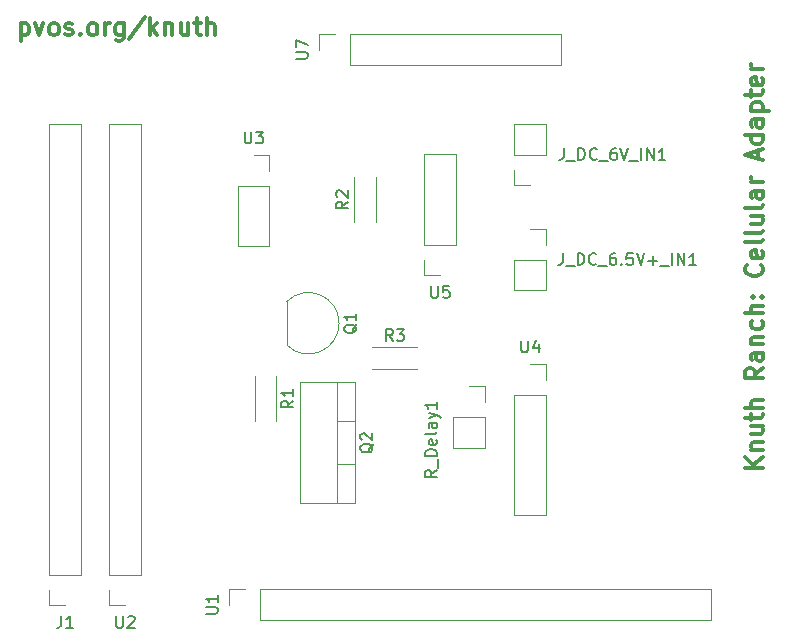
<source format=gbr>
G04 #@! TF.GenerationSoftware,KiCad,Pcbnew,5.0.0-fee4fd1~65~ubuntu17.10.1*
G04 #@! TF.CreationDate,2019-07-02T16:19:50-04:00*
G04 #@! TF.ProjectId,knuth-gateway,6B6E7574682D676174657761792E6B69,rev?*
G04 #@! TF.SameCoordinates,Original*
G04 #@! TF.FileFunction,Legend,Top*
G04 #@! TF.FilePolarity,Positive*
%FSLAX46Y46*%
G04 Gerber Fmt 4.6, Leading zero omitted, Abs format (unit mm)*
G04 Created by KiCad (PCBNEW 5.0.0-fee4fd1~65~ubuntu17.10.1) date Tue Jul  2 16:19:50 2019*
%MOMM*%
%LPD*%
G01*
G04 APERTURE LIST*
%ADD10C,0.300000*%
%ADD11C,0.120000*%
%ADD12C,0.150000*%
G04 APERTURE END LIST*
D10*
X210860714Y-58733571D02*
X210860714Y-60233571D01*
X210860714Y-58805000D02*
X211003571Y-58733571D01*
X211289285Y-58733571D01*
X211432142Y-58805000D01*
X211503571Y-58876428D01*
X211575000Y-59019285D01*
X211575000Y-59447857D01*
X211503571Y-59590714D01*
X211432142Y-59662142D01*
X211289285Y-59733571D01*
X211003571Y-59733571D01*
X210860714Y-59662142D01*
X212075000Y-58733571D02*
X212432142Y-59733571D01*
X212789285Y-58733571D01*
X213575000Y-59733571D02*
X213432142Y-59662142D01*
X213360714Y-59590714D01*
X213289285Y-59447857D01*
X213289285Y-59019285D01*
X213360714Y-58876428D01*
X213432142Y-58805000D01*
X213575000Y-58733571D01*
X213789285Y-58733571D01*
X213932142Y-58805000D01*
X214003571Y-58876428D01*
X214075000Y-59019285D01*
X214075000Y-59447857D01*
X214003571Y-59590714D01*
X213932142Y-59662142D01*
X213789285Y-59733571D01*
X213575000Y-59733571D01*
X214646428Y-59662142D02*
X214789285Y-59733571D01*
X215075000Y-59733571D01*
X215217857Y-59662142D01*
X215289285Y-59519285D01*
X215289285Y-59447857D01*
X215217857Y-59305000D01*
X215075000Y-59233571D01*
X214860714Y-59233571D01*
X214717857Y-59162142D01*
X214646428Y-59019285D01*
X214646428Y-58947857D01*
X214717857Y-58805000D01*
X214860714Y-58733571D01*
X215075000Y-58733571D01*
X215217857Y-58805000D01*
X215932142Y-59590714D02*
X216003571Y-59662142D01*
X215932142Y-59733571D01*
X215860714Y-59662142D01*
X215932142Y-59590714D01*
X215932142Y-59733571D01*
X216860714Y-59733571D02*
X216717857Y-59662142D01*
X216646428Y-59590714D01*
X216575000Y-59447857D01*
X216575000Y-59019285D01*
X216646428Y-58876428D01*
X216717857Y-58805000D01*
X216860714Y-58733571D01*
X217075000Y-58733571D01*
X217217857Y-58805000D01*
X217289285Y-58876428D01*
X217360714Y-59019285D01*
X217360714Y-59447857D01*
X217289285Y-59590714D01*
X217217857Y-59662142D01*
X217075000Y-59733571D01*
X216860714Y-59733571D01*
X218003571Y-59733571D02*
X218003571Y-58733571D01*
X218003571Y-59019285D02*
X218075000Y-58876428D01*
X218146428Y-58805000D01*
X218289285Y-58733571D01*
X218432142Y-58733571D01*
X219575000Y-58733571D02*
X219575000Y-59947857D01*
X219503571Y-60090714D01*
X219432142Y-60162142D01*
X219289285Y-60233571D01*
X219075000Y-60233571D01*
X218932142Y-60162142D01*
X219575000Y-59662142D02*
X219432142Y-59733571D01*
X219146428Y-59733571D01*
X219003571Y-59662142D01*
X218932142Y-59590714D01*
X218860714Y-59447857D01*
X218860714Y-59019285D01*
X218932142Y-58876428D01*
X219003571Y-58805000D01*
X219146428Y-58733571D01*
X219432142Y-58733571D01*
X219575000Y-58805000D01*
X221360714Y-58162142D02*
X220075000Y-60090714D01*
X221860714Y-59733571D02*
X221860714Y-58233571D01*
X222003571Y-59162142D02*
X222432142Y-59733571D01*
X222432142Y-58733571D02*
X221860714Y-59305000D01*
X223075000Y-58733571D02*
X223075000Y-59733571D01*
X223075000Y-58876428D02*
X223146428Y-58805000D01*
X223289285Y-58733571D01*
X223503571Y-58733571D01*
X223646428Y-58805000D01*
X223717857Y-58947857D01*
X223717857Y-59733571D01*
X225075000Y-58733571D02*
X225075000Y-59733571D01*
X224432142Y-58733571D02*
X224432142Y-59519285D01*
X224503571Y-59662142D01*
X224646428Y-59733571D01*
X224860714Y-59733571D01*
X225003571Y-59662142D01*
X225075000Y-59590714D01*
X225575000Y-58733571D02*
X226146428Y-58733571D01*
X225789285Y-58233571D02*
X225789285Y-59519285D01*
X225860714Y-59662142D01*
X226003571Y-59733571D01*
X226146428Y-59733571D01*
X226646428Y-59733571D02*
X226646428Y-58233571D01*
X227289285Y-59733571D02*
X227289285Y-58947857D01*
X227217857Y-58805000D01*
X227075000Y-58733571D01*
X226860714Y-58733571D01*
X226717857Y-58805000D01*
X226646428Y-58876428D01*
X273728571Y-96339285D02*
X272228571Y-96339285D01*
X273728571Y-95482142D02*
X272871428Y-96125000D01*
X272228571Y-95482142D02*
X273085714Y-96339285D01*
X272728571Y-94839285D02*
X273728571Y-94839285D01*
X272871428Y-94839285D02*
X272800000Y-94767857D01*
X272728571Y-94625000D01*
X272728571Y-94410714D01*
X272800000Y-94267857D01*
X272942857Y-94196428D01*
X273728571Y-94196428D01*
X272728571Y-92839285D02*
X273728571Y-92839285D01*
X272728571Y-93482142D02*
X273514285Y-93482142D01*
X273657142Y-93410714D01*
X273728571Y-93267857D01*
X273728571Y-93053571D01*
X273657142Y-92910714D01*
X273585714Y-92839285D01*
X272728571Y-92339285D02*
X272728571Y-91767857D01*
X272228571Y-92125000D02*
X273514285Y-92125000D01*
X273657142Y-92053571D01*
X273728571Y-91910714D01*
X273728571Y-91767857D01*
X273728571Y-91267857D02*
X272228571Y-91267857D01*
X273728571Y-90625000D02*
X272942857Y-90625000D01*
X272800000Y-90696428D01*
X272728571Y-90839285D01*
X272728571Y-91053571D01*
X272800000Y-91196428D01*
X272871428Y-91267857D01*
X273728571Y-87910714D02*
X273014285Y-88410714D01*
X273728571Y-88767857D02*
X272228571Y-88767857D01*
X272228571Y-88196428D01*
X272300000Y-88053571D01*
X272371428Y-87982142D01*
X272514285Y-87910714D01*
X272728571Y-87910714D01*
X272871428Y-87982142D01*
X272942857Y-88053571D01*
X273014285Y-88196428D01*
X273014285Y-88767857D01*
X273728571Y-86625000D02*
X272942857Y-86625000D01*
X272800000Y-86696428D01*
X272728571Y-86839285D01*
X272728571Y-87125000D01*
X272800000Y-87267857D01*
X273657142Y-86625000D02*
X273728571Y-86767857D01*
X273728571Y-87125000D01*
X273657142Y-87267857D01*
X273514285Y-87339285D01*
X273371428Y-87339285D01*
X273228571Y-87267857D01*
X273157142Y-87125000D01*
X273157142Y-86767857D01*
X273085714Y-86625000D01*
X272728571Y-85910714D02*
X273728571Y-85910714D01*
X272871428Y-85910714D02*
X272800000Y-85839285D01*
X272728571Y-85696428D01*
X272728571Y-85482142D01*
X272800000Y-85339285D01*
X272942857Y-85267857D01*
X273728571Y-85267857D01*
X273657142Y-83910714D02*
X273728571Y-84053571D01*
X273728571Y-84339285D01*
X273657142Y-84482142D01*
X273585714Y-84553571D01*
X273442857Y-84625000D01*
X273014285Y-84625000D01*
X272871428Y-84553571D01*
X272800000Y-84482142D01*
X272728571Y-84339285D01*
X272728571Y-84053571D01*
X272800000Y-83910714D01*
X273728571Y-83267857D02*
X272228571Y-83267857D01*
X273728571Y-82625000D02*
X272942857Y-82625000D01*
X272800000Y-82696428D01*
X272728571Y-82839285D01*
X272728571Y-83053571D01*
X272800000Y-83196428D01*
X272871428Y-83267857D01*
X273585714Y-81910714D02*
X273657142Y-81839285D01*
X273728571Y-81910714D01*
X273657142Y-81982142D01*
X273585714Y-81910714D01*
X273728571Y-81910714D01*
X272800000Y-81910714D02*
X272871428Y-81839285D01*
X272942857Y-81910714D01*
X272871428Y-81982142D01*
X272800000Y-81910714D01*
X272942857Y-81910714D01*
X273585714Y-79196428D02*
X273657142Y-79267857D01*
X273728571Y-79482142D01*
X273728571Y-79625000D01*
X273657142Y-79839285D01*
X273514285Y-79982142D01*
X273371428Y-80053571D01*
X273085714Y-80125000D01*
X272871428Y-80125000D01*
X272585714Y-80053571D01*
X272442857Y-79982142D01*
X272300000Y-79839285D01*
X272228571Y-79625000D01*
X272228571Y-79482142D01*
X272300000Y-79267857D01*
X272371428Y-79196428D01*
X273657142Y-77982142D02*
X273728571Y-78125000D01*
X273728571Y-78410714D01*
X273657142Y-78553571D01*
X273514285Y-78625000D01*
X272942857Y-78625000D01*
X272800000Y-78553571D01*
X272728571Y-78410714D01*
X272728571Y-78125000D01*
X272800000Y-77982142D01*
X272942857Y-77910714D01*
X273085714Y-77910714D01*
X273228571Y-78625000D01*
X273728571Y-77053571D02*
X273657142Y-77196428D01*
X273514285Y-77267857D01*
X272228571Y-77267857D01*
X273728571Y-76267857D02*
X273657142Y-76410714D01*
X273514285Y-76482142D01*
X272228571Y-76482142D01*
X272728571Y-75053571D02*
X273728571Y-75053571D01*
X272728571Y-75696428D02*
X273514285Y-75696428D01*
X273657142Y-75625000D01*
X273728571Y-75482142D01*
X273728571Y-75267857D01*
X273657142Y-75125000D01*
X273585714Y-75053571D01*
X273728571Y-74125000D02*
X273657142Y-74267857D01*
X273514285Y-74339285D01*
X272228571Y-74339285D01*
X273728571Y-72910714D02*
X272942857Y-72910714D01*
X272800000Y-72982142D01*
X272728571Y-73125000D01*
X272728571Y-73410714D01*
X272800000Y-73553571D01*
X273657142Y-72910714D02*
X273728571Y-73053571D01*
X273728571Y-73410714D01*
X273657142Y-73553571D01*
X273514285Y-73625000D01*
X273371428Y-73625000D01*
X273228571Y-73553571D01*
X273157142Y-73410714D01*
X273157142Y-73053571D01*
X273085714Y-72910714D01*
X273728571Y-72196428D02*
X272728571Y-72196428D01*
X273014285Y-72196428D02*
X272871428Y-72125000D01*
X272800000Y-72053571D01*
X272728571Y-71910714D01*
X272728571Y-71767857D01*
X273300000Y-70196428D02*
X273300000Y-69482142D01*
X273728571Y-70339285D02*
X272228571Y-69839285D01*
X273728571Y-69339285D01*
X273728571Y-68196428D02*
X272228571Y-68196428D01*
X273657142Y-68196428D02*
X273728571Y-68339285D01*
X273728571Y-68625000D01*
X273657142Y-68767857D01*
X273585714Y-68839285D01*
X273442857Y-68910714D01*
X273014285Y-68910714D01*
X272871428Y-68839285D01*
X272800000Y-68767857D01*
X272728571Y-68625000D01*
X272728571Y-68339285D01*
X272800000Y-68196428D01*
X273728571Y-66839285D02*
X272942857Y-66839285D01*
X272800000Y-66910714D01*
X272728571Y-67053571D01*
X272728571Y-67339285D01*
X272800000Y-67482142D01*
X273657142Y-66839285D02*
X273728571Y-66982142D01*
X273728571Y-67339285D01*
X273657142Y-67482142D01*
X273514285Y-67553571D01*
X273371428Y-67553571D01*
X273228571Y-67482142D01*
X273157142Y-67339285D01*
X273157142Y-66982142D01*
X273085714Y-66839285D01*
X272728571Y-66125000D02*
X274228571Y-66125000D01*
X272800000Y-66125000D02*
X272728571Y-65982142D01*
X272728571Y-65696428D01*
X272800000Y-65553571D01*
X272871428Y-65482142D01*
X273014285Y-65410714D01*
X273442857Y-65410714D01*
X273585714Y-65482142D01*
X273657142Y-65553571D01*
X273728571Y-65696428D01*
X273728571Y-65982142D01*
X273657142Y-66125000D01*
X272728571Y-64982142D02*
X272728571Y-64410714D01*
X272228571Y-64767857D02*
X273514285Y-64767857D01*
X273657142Y-64696428D01*
X273728571Y-64553571D01*
X273728571Y-64410714D01*
X273657142Y-63339285D02*
X273728571Y-63482142D01*
X273728571Y-63767857D01*
X273657142Y-63910714D01*
X273514285Y-63982142D01*
X272942857Y-63982142D01*
X272800000Y-63910714D01*
X272728571Y-63767857D01*
X272728571Y-63482142D01*
X272800000Y-63339285D01*
X272942857Y-63267857D01*
X273085714Y-63267857D01*
X273228571Y-63982142D01*
X273728571Y-62625000D02*
X272728571Y-62625000D01*
X273014285Y-62625000D02*
X272871428Y-62553571D01*
X272800000Y-62482142D01*
X272728571Y-62339285D01*
X272728571Y-62196428D01*
D11*
G04 #@! TO.C,J_DC_6.5V+_IN1*
X252670000Y-78740000D02*
X255330000Y-78740000D01*
X252670000Y-78740000D02*
X252670000Y-81340000D01*
X252670000Y-81340000D02*
X255330000Y-81340000D01*
X255330000Y-78740000D02*
X255330000Y-81340000D01*
X255330000Y-76140000D02*
X255330000Y-77470000D01*
X254000000Y-76140000D02*
X255330000Y-76140000D01*
G04 #@! TO.C,J_DC_6V_IN1*
X254000000Y-72450000D02*
X252670000Y-72450000D01*
X252670000Y-72450000D02*
X252670000Y-71120000D01*
X252670000Y-69850000D02*
X252670000Y-67250000D01*
X255330000Y-67250000D02*
X252670000Y-67250000D01*
X255330000Y-69850000D02*
X255330000Y-67250000D01*
X255330000Y-69850000D02*
X252670000Y-69850000D01*
G04 #@! TO.C,R1*
X230670000Y-92430000D02*
X230670000Y-88590000D01*
X232510000Y-92430000D02*
X232510000Y-88590000D01*
G04 #@! TO.C,R2*
X239110000Y-75580000D02*
X239110000Y-71740000D01*
X240950000Y-75580000D02*
X240950000Y-71740000D01*
G04 #@! TO.C,R3*
X240620000Y-88000000D02*
X244460000Y-88000000D01*
X240620000Y-86160000D02*
X244460000Y-86160000D01*
G04 #@! TO.C,R_Delay1*
X247490000Y-92070000D02*
X250150000Y-92070000D01*
X247490000Y-92070000D02*
X247490000Y-94670000D01*
X247490000Y-94670000D02*
X250150000Y-94670000D01*
X250150000Y-92070000D02*
X250150000Y-94670000D01*
X250150000Y-89470000D02*
X250150000Y-90800000D01*
X248820000Y-89470000D02*
X250150000Y-89470000D01*
G04 #@! TO.C,U1*
X231140000Y-109280000D02*
X231140000Y-106620000D01*
X231140000Y-109280000D02*
X269300000Y-109280000D01*
X269300000Y-109280000D02*
X269300000Y-106620000D01*
X231140000Y-106620000D02*
X269300000Y-106620000D01*
X228540000Y-106620000D02*
X229870000Y-106620000D01*
X228540000Y-107950000D02*
X228540000Y-106620000D01*
G04 #@! TO.C,U2*
X219710000Y-108010000D02*
X218380000Y-108010000D01*
X218380000Y-108010000D02*
X218380000Y-106680000D01*
X218380000Y-105410000D02*
X218380000Y-67250000D01*
X221040000Y-67250000D02*
X218380000Y-67250000D01*
X221040000Y-105410000D02*
X221040000Y-67250000D01*
X221040000Y-105410000D02*
X218380000Y-105410000D01*
G04 #@! TO.C,U3*
X229266529Y-72475865D02*
X231926529Y-72475865D01*
X229266529Y-72475865D02*
X229266529Y-77615865D01*
X229266529Y-77615865D02*
X231926529Y-77615865D01*
X231926529Y-72475865D02*
X231926529Y-77615865D01*
X231926529Y-69875865D02*
X231926529Y-71205865D01*
X230596529Y-69875865D02*
X231926529Y-69875865D01*
G04 #@! TO.C,U4*
X252670000Y-90170000D02*
X255330000Y-90170000D01*
X252670000Y-90170000D02*
X252670000Y-100390000D01*
X252670000Y-100390000D02*
X255330000Y-100390000D01*
X255330000Y-90170000D02*
X255330000Y-100390000D01*
X255330000Y-87570000D02*
X255330000Y-88900000D01*
X254000000Y-87570000D02*
X255330000Y-87570000D01*
G04 #@! TO.C,U5*
X247710000Y-77470000D02*
X245050000Y-77470000D01*
X247710000Y-77470000D02*
X247710000Y-69790000D01*
X247710000Y-69790000D02*
X245050000Y-69790000D01*
X245050000Y-77470000D02*
X245050000Y-69790000D01*
X245050000Y-80070000D02*
X245050000Y-78740000D01*
X246380000Y-80070000D02*
X245050000Y-80070000D01*
G04 #@! TO.C,U7*
X238760000Y-62290000D02*
X238760000Y-59630000D01*
X238760000Y-62290000D02*
X256600000Y-62290000D01*
X256600000Y-62290000D02*
X256600000Y-59630000D01*
X238760000Y-59630000D02*
X256600000Y-59630000D01*
X236160000Y-59630000D02*
X237490000Y-59630000D01*
X236160000Y-60960000D02*
X236160000Y-59630000D01*
G04 #@! TO.C,Q1*
X233380000Y-82320000D02*
X233380000Y-85920000D01*
X233391522Y-82281522D02*
G75*
G02X237830000Y-84120000I1838478J-1838478D01*
G01*
X233391522Y-85958478D02*
G75*
G03X237830000Y-84120000I1838478J1838478D01*
G01*
G04 #@! TO.C,J1*
X215960000Y-105410000D02*
X213300000Y-105410000D01*
X215960000Y-105410000D02*
X215960000Y-67250000D01*
X215960000Y-67250000D02*
X213300000Y-67250000D01*
X213300000Y-105410000D02*
X213300000Y-67250000D01*
X213300000Y-108010000D02*
X213300000Y-106680000D01*
X214630000Y-108010000D02*
X213300000Y-108010000D01*
G04 #@! TO.C,Q2*
X239180000Y-96071000D02*
X237670000Y-96071000D01*
X239180000Y-92370000D02*
X237670000Y-92370000D01*
X237670000Y-89100000D02*
X237670000Y-99340000D01*
X239180000Y-99340000D02*
X234539000Y-99340000D01*
X239180000Y-89100000D02*
X234539000Y-89100000D01*
X234539000Y-89100000D02*
X234539000Y-99340000D01*
X239180000Y-89100000D02*
X239180000Y-99340000D01*
G04 #@! TO.C,J_DC_6.5V+_IN1*
D12*
X256778809Y-78192380D02*
X256778809Y-78906666D01*
X256731190Y-79049523D01*
X256635952Y-79144761D01*
X256493095Y-79192380D01*
X256397857Y-79192380D01*
X257016904Y-79287619D02*
X257778809Y-79287619D01*
X258016904Y-79192380D02*
X258016904Y-78192380D01*
X258255000Y-78192380D01*
X258397857Y-78240000D01*
X258493095Y-78335238D01*
X258540714Y-78430476D01*
X258588333Y-78620952D01*
X258588333Y-78763809D01*
X258540714Y-78954285D01*
X258493095Y-79049523D01*
X258397857Y-79144761D01*
X258255000Y-79192380D01*
X258016904Y-79192380D01*
X259588333Y-79097142D02*
X259540714Y-79144761D01*
X259397857Y-79192380D01*
X259302619Y-79192380D01*
X259159761Y-79144761D01*
X259064523Y-79049523D01*
X259016904Y-78954285D01*
X258969285Y-78763809D01*
X258969285Y-78620952D01*
X259016904Y-78430476D01*
X259064523Y-78335238D01*
X259159761Y-78240000D01*
X259302619Y-78192380D01*
X259397857Y-78192380D01*
X259540714Y-78240000D01*
X259588333Y-78287619D01*
X259778809Y-79287619D02*
X260540714Y-79287619D01*
X261207380Y-78192380D02*
X261016904Y-78192380D01*
X260921666Y-78240000D01*
X260874047Y-78287619D01*
X260778809Y-78430476D01*
X260731190Y-78620952D01*
X260731190Y-79001904D01*
X260778809Y-79097142D01*
X260826428Y-79144761D01*
X260921666Y-79192380D01*
X261112142Y-79192380D01*
X261207380Y-79144761D01*
X261255000Y-79097142D01*
X261302619Y-79001904D01*
X261302619Y-78763809D01*
X261255000Y-78668571D01*
X261207380Y-78620952D01*
X261112142Y-78573333D01*
X260921666Y-78573333D01*
X260826428Y-78620952D01*
X260778809Y-78668571D01*
X260731190Y-78763809D01*
X261731190Y-79097142D02*
X261778809Y-79144761D01*
X261731190Y-79192380D01*
X261683571Y-79144761D01*
X261731190Y-79097142D01*
X261731190Y-79192380D01*
X262683571Y-78192380D02*
X262207380Y-78192380D01*
X262159761Y-78668571D01*
X262207380Y-78620952D01*
X262302619Y-78573333D01*
X262540714Y-78573333D01*
X262635952Y-78620952D01*
X262683571Y-78668571D01*
X262731190Y-78763809D01*
X262731190Y-79001904D01*
X262683571Y-79097142D01*
X262635952Y-79144761D01*
X262540714Y-79192380D01*
X262302619Y-79192380D01*
X262207380Y-79144761D01*
X262159761Y-79097142D01*
X263016904Y-78192380D02*
X263350238Y-79192380D01*
X263683571Y-78192380D01*
X264016904Y-78811428D02*
X264778809Y-78811428D01*
X264397857Y-79192380D02*
X264397857Y-78430476D01*
X265016904Y-79287619D02*
X265778809Y-79287619D01*
X266016904Y-79192380D02*
X266016904Y-78192380D01*
X266493095Y-79192380D02*
X266493095Y-78192380D01*
X267064523Y-79192380D01*
X267064523Y-78192380D01*
X268064523Y-79192380D02*
X267493095Y-79192380D01*
X267778809Y-79192380D02*
X267778809Y-78192380D01*
X267683571Y-78335238D01*
X267588333Y-78430476D01*
X267493095Y-78478095D01*
G04 #@! TO.C,J_DC_6V_IN1*
X256842142Y-69302380D02*
X256842142Y-70016666D01*
X256794523Y-70159523D01*
X256699285Y-70254761D01*
X256556428Y-70302380D01*
X256461190Y-70302380D01*
X257080238Y-70397619D02*
X257842142Y-70397619D01*
X258080238Y-70302380D02*
X258080238Y-69302380D01*
X258318333Y-69302380D01*
X258461190Y-69350000D01*
X258556428Y-69445238D01*
X258604047Y-69540476D01*
X258651666Y-69730952D01*
X258651666Y-69873809D01*
X258604047Y-70064285D01*
X258556428Y-70159523D01*
X258461190Y-70254761D01*
X258318333Y-70302380D01*
X258080238Y-70302380D01*
X259651666Y-70207142D02*
X259604047Y-70254761D01*
X259461190Y-70302380D01*
X259365952Y-70302380D01*
X259223095Y-70254761D01*
X259127857Y-70159523D01*
X259080238Y-70064285D01*
X259032619Y-69873809D01*
X259032619Y-69730952D01*
X259080238Y-69540476D01*
X259127857Y-69445238D01*
X259223095Y-69350000D01*
X259365952Y-69302380D01*
X259461190Y-69302380D01*
X259604047Y-69350000D01*
X259651666Y-69397619D01*
X259842142Y-70397619D02*
X260604047Y-70397619D01*
X261270714Y-69302380D02*
X261080238Y-69302380D01*
X260985000Y-69350000D01*
X260937380Y-69397619D01*
X260842142Y-69540476D01*
X260794523Y-69730952D01*
X260794523Y-70111904D01*
X260842142Y-70207142D01*
X260889761Y-70254761D01*
X260985000Y-70302380D01*
X261175476Y-70302380D01*
X261270714Y-70254761D01*
X261318333Y-70207142D01*
X261365952Y-70111904D01*
X261365952Y-69873809D01*
X261318333Y-69778571D01*
X261270714Y-69730952D01*
X261175476Y-69683333D01*
X260985000Y-69683333D01*
X260889761Y-69730952D01*
X260842142Y-69778571D01*
X260794523Y-69873809D01*
X261651666Y-69302380D02*
X261985000Y-70302380D01*
X262318333Y-69302380D01*
X262413571Y-70397619D02*
X263175476Y-70397619D01*
X263413571Y-70302380D02*
X263413571Y-69302380D01*
X263889761Y-70302380D02*
X263889761Y-69302380D01*
X264461190Y-70302380D01*
X264461190Y-69302380D01*
X265461190Y-70302380D02*
X264889761Y-70302380D01*
X265175476Y-70302380D02*
X265175476Y-69302380D01*
X265080238Y-69445238D01*
X264985000Y-69540476D01*
X264889761Y-69588095D01*
G04 #@! TO.C,R1*
X233947380Y-90676666D02*
X233471190Y-91010000D01*
X233947380Y-91248095D02*
X232947380Y-91248095D01*
X232947380Y-90867142D01*
X232995000Y-90771904D01*
X233042619Y-90724285D01*
X233137857Y-90676666D01*
X233280714Y-90676666D01*
X233375952Y-90724285D01*
X233423571Y-90771904D01*
X233471190Y-90867142D01*
X233471190Y-91248095D01*
X233947380Y-89724285D02*
X233947380Y-90295714D01*
X233947380Y-90010000D02*
X232947380Y-90010000D01*
X233090238Y-90105238D01*
X233185476Y-90200476D01*
X233233095Y-90295714D01*
G04 #@! TO.C,R2*
X238562380Y-73826666D02*
X238086190Y-74160000D01*
X238562380Y-74398095D02*
X237562380Y-74398095D01*
X237562380Y-74017142D01*
X237610000Y-73921904D01*
X237657619Y-73874285D01*
X237752857Y-73826666D01*
X237895714Y-73826666D01*
X237990952Y-73874285D01*
X238038571Y-73921904D01*
X238086190Y-74017142D01*
X238086190Y-74398095D01*
X237657619Y-73445714D02*
X237610000Y-73398095D01*
X237562380Y-73302857D01*
X237562380Y-73064761D01*
X237610000Y-72969523D01*
X237657619Y-72921904D01*
X237752857Y-72874285D01*
X237848095Y-72874285D01*
X237990952Y-72921904D01*
X238562380Y-73493333D01*
X238562380Y-72874285D01*
G04 #@! TO.C,R3*
X242373333Y-85612380D02*
X242040000Y-85136190D01*
X241801904Y-85612380D02*
X241801904Y-84612380D01*
X242182857Y-84612380D01*
X242278095Y-84660000D01*
X242325714Y-84707619D01*
X242373333Y-84802857D01*
X242373333Y-84945714D01*
X242325714Y-85040952D01*
X242278095Y-85088571D01*
X242182857Y-85136190D01*
X241801904Y-85136190D01*
X242706666Y-84612380D02*
X243325714Y-84612380D01*
X242992380Y-84993333D01*
X243135238Y-84993333D01*
X243230476Y-85040952D01*
X243278095Y-85088571D01*
X243325714Y-85183809D01*
X243325714Y-85421904D01*
X243278095Y-85517142D01*
X243230476Y-85564761D01*
X243135238Y-85612380D01*
X242849523Y-85612380D01*
X242754285Y-85564761D01*
X242706666Y-85517142D01*
G04 #@! TO.C,R_Delay1*
X246097380Y-96546428D02*
X245621190Y-96879761D01*
X246097380Y-97117857D02*
X245097380Y-97117857D01*
X245097380Y-96736904D01*
X245145000Y-96641666D01*
X245192619Y-96594047D01*
X245287857Y-96546428D01*
X245430714Y-96546428D01*
X245525952Y-96594047D01*
X245573571Y-96641666D01*
X245621190Y-96736904D01*
X245621190Y-97117857D01*
X246192619Y-96355952D02*
X246192619Y-95594047D01*
X246097380Y-95355952D02*
X245097380Y-95355952D01*
X245097380Y-95117857D01*
X245145000Y-94975000D01*
X245240238Y-94879761D01*
X245335476Y-94832142D01*
X245525952Y-94784523D01*
X245668809Y-94784523D01*
X245859285Y-94832142D01*
X245954523Y-94879761D01*
X246049761Y-94975000D01*
X246097380Y-95117857D01*
X246097380Y-95355952D01*
X246049761Y-93975000D02*
X246097380Y-94070238D01*
X246097380Y-94260714D01*
X246049761Y-94355952D01*
X245954523Y-94403571D01*
X245573571Y-94403571D01*
X245478333Y-94355952D01*
X245430714Y-94260714D01*
X245430714Y-94070238D01*
X245478333Y-93975000D01*
X245573571Y-93927380D01*
X245668809Y-93927380D01*
X245764047Y-94403571D01*
X246097380Y-93355952D02*
X246049761Y-93451190D01*
X245954523Y-93498809D01*
X245097380Y-93498809D01*
X246097380Y-92546428D02*
X245573571Y-92546428D01*
X245478333Y-92594047D01*
X245430714Y-92689285D01*
X245430714Y-92879761D01*
X245478333Y-92975000D01*
X246049761Y-92546428D02*
X246097380Y-92641666D01*
X246097380Y-92879761D01*
X246049761Y-92975000D01*
X245954523Y-93022619D01*
X245859285Y-93022619D01*
X245764047Y-92975000D01*
X245716428Y-92879761D01*
X245716428Y-92641666D01*
X245668809Y-92546428D01*
X245430714Y-92165476D02*
X246097380Y-91927380D01*
X245430714Y-91689285D02*
X246097380Y-91927380D01*
X246335476Y-92022619D01*
X246383095Y-92070238D01*
X246430714Y-92165476D01*
X246097380Y-90784523D02*
X246097380Y-91355952D01*
X246097380Y-91070238D02*
X245097380Y-91070238D01*
X245240238Y-91165476D01*
X245335476Y-91260714D01*
X245383095Y-91355952D01*
G04 #@! TO.C,U1*
X226552380Y-108711904D02*
X227361904Y-108711904D01*
X227457142Y-108664285D01*
X227504761Y-108616666D01*
X227552380Y-108521428D01*
X227552380Y-108330952D01*
X227504761Y-108235714D01*
X227457142Y-108188095D01*
X227361904Y-108140476D01*
X226552380Y-108140476D01*
X227552380Y-107140476D02*
X227552380Y-107711904D01*
X227552380Y-107426190D02*
X226552380Y-107426190D01*
X226695238Y-107521428D01*
X226790476Y-107616666D01*
X226838095Y-107711904D01*
G04 #@! TO.C,U2*
X218948095Y-108902380D02*
X218948095Y-109711904D01*
X218995714Y-109807142D01*
X219043333Y-109854761D01*
X219138571Y-109902380D01*
X219329047Y-109902380D01*
X219424285Y-109854761D01*
X219471904Y-109807142D01*
X219519523Y-109711904D01*
X219519523Y-108902380D01*
X219948095Y-108997619D02*
X219995714Y-108950000D01*
X220090952Y-108902380D01*
X220329047Y-108902380D01*
X220424285Y-108950000D01*
X220471904Y-108997619D01*
X220519523Y-109092857D01*
X220519523Y-109188095D01*
X220471904Y-109330952D01*
X219900476Y-109902380D01*
X220519523Y-109902380D01*
G04 #@! TO.C,U3*
X229834624Y-67888245D02*
X229834624Y-68697769D01*
X229882243Y-68793007D01*
X229929862Y-68840626D01*
X230025100Y-68888245D01*
X230215576Y-68888245D01*
X230310814Y-68840626D01*
X230358433Y-68793007D01*
X230406052Y-68697769D01*
X230406052Y-67888245D01*
X230787005Y-67888245D02*
X231406052Y-67888245D01*
X231072719Y-68269198D01*
X231215576Y-68269198D01*
X231310814Y-68316817D01*
X231358433Y-68364436D01*
X231406052Y-68459674D01*
X231406052Y-68697769D01*
X231358433Y-68793007D01*
X231310814Y-68840626D01*
X231215576Y-68888245D01*
X230929862Y-68888245D01*
X230834624Y-68840626D01*
X230787005Y-68793007D01*
G04 #@! TO.C,U4*
X253238095Y-85582380D02*
X253238095Y-86391904D01*
X253285714Y-86487142D01*
X253333333Y-86534761D01*
X253428571Y-86582380D01*
X253619047Y-86582380D01*
X253714285Y-86534761D01*
X253761904Y-86487142D01*
X253809523Y-86391904D01*
X253809523Y-85582380D01*
X254714285Y-85915714D02*
X254714285Y-86582380D01*
X254476190Y-85534761D02*
X254238095Y-86249047D01*
X254857142Y-86249047D01*
G04 #@! TO.C,U5*
X245618095Y-80962380D02*
X245618095Y-81771904D01*
X245665714Y-81867142D01*
X245713333Y-81914761D01*
X245808571Y-81962380D01*
X245999047Y-81962380D01*
X246094285Y-81914761D01*
X246141904Y-81867142D01*
X246189523Y-81771904D01*
X246189523Y-80962380D01*
X247141904Y-80962380D02*
X246665714Y-80962380D01*
X246618095Y-81438571D01*
X246665714Y-81390952D01*
X246760952Y-81343333D01*
X246999047Y-81343333D01*
X247094285Y-81390952D01*
X247141904Y-81438571D01*
X247189523Y-81533809D01*
X247189523Y-81771904D01*
X247141904Y-81867142D01*
X247094285Y-81914761D01*
X246999047Y-81962380D01*
X246760952Y-81962380D01*
X246665714Y-81914761D01*
X246618095Y-81867142D01*
G04 #@! TO.C,U7*
X234172380Y-61721904D02*
X234981904Y-61721904D01*
X235077142Y-61674285D01*
X235124761Y-61626666D01*
X235172380Y-61531428D01*
X235172380Y-61340952D01*
X235124761Y-61245714D01*
X235077142Y-61198095D01*
X234981904Y-61150476D01*
X234172380Y-61150476D01*
X234172380Y-60769523D02*
X234172380Y-60102857D01*
X235172380Y-60531428D01*
G04 #@! TO.C,Q1*
X239337619Y-84215238D02*
X239290000Y-84310476D01*
X239194761Y-84405714D01*
X239051904Y-84548571D01*
X239004285Y-84643809D01*
X239004285Y-84739047D01*
X239242380Y-84691428D02*
X239194761Y-84786666D01*
X239099523Y-84881904D01*
X238909047Y-84929523D01*
X238575714Y-84929523D01*
X238385238Y-84881904D01*
X238290000Y-84786666D01*
X238242380Y-84691428D01*
X238242380Y-84500952D01*
X238290000Y-84405714D01*
X238385238Y-84310476D01*
X238575714Y-84262857D01*
X238909047Y-84262857D01*
X239099523Y-84310476D01*
X239194761Y-84405714D01*
X239242380Y-84500952D01*
X239242380Y-84691428D01*
X239242380Y-83310476D02*
X239242380Y-83881904D01*
X239242380Y-83596190D02*
X238242380Y-83596190D01*
X238385238Y-83691428D01*
X238480476Y-83786666D01*
X238528095Y-83881904D01*
G04 #@! TO.C,J1*
X214296666Y-108902380D02*
X214296666Y-109616666D01*
X214249047Y-109759523D01*
X214153809Y-109854761D01*
X214010952Y-109902380D01*
X213915714Y-109902380D01*
X215296666Y-109902380D02*
X214725238Y-109902380D01*
X215010952Y-109902380D02*
X215010952Y-108902380D01*
X214915714Y-109045238D01*
X214820476Y-109140476D01*
X214725238Y-109188095D01*
G04 #@! TO.C,Q2*
X240727619Y-94315238D02*
X240680000Y-94410476D01*
X240584761Y-94505714D01*
X240441904Y-94648571D01*
X240394285Y-94743809D01*
X240394285Y-94839047D01*
X240632380Y-94791428D02*
X240584761Y-94886666D01*
X240489523Y-94981904D01*
X240299047Y-95029523D01*
X239965714Y-95029523D01*
X239775238Y-94981904D01*
X239680000Y-94886666D01*
X239632380Y-94791428D01*
X239632380Y-94600952D01*
X239680000Y-94505714D01*
X239775238Y-94410476D01*
X239965714Y-94362857D01*
X240299047Y-94362857D01*
X240489523Y-94410476D01*
X240584761Y-94505714D01*
X240632380Y-94600952D01*
X240632380Y-94791428D01*
X239727619Y-93981904D02*
X239680000Y-93934285D01*
X239632380Y-93839047D01*
X239632380Y-93600952D01*
X239680000Y-93505714D01*
X239727619Y-93458095D01*
X239822857Y-93410476D01*
X239918095Y-93410476D01*
X240060952Y-93458095D01*
X240632380Y-94029523D01*
X240632380Y-93410476D01*
G04 #@! TD*
M02*

</source>
